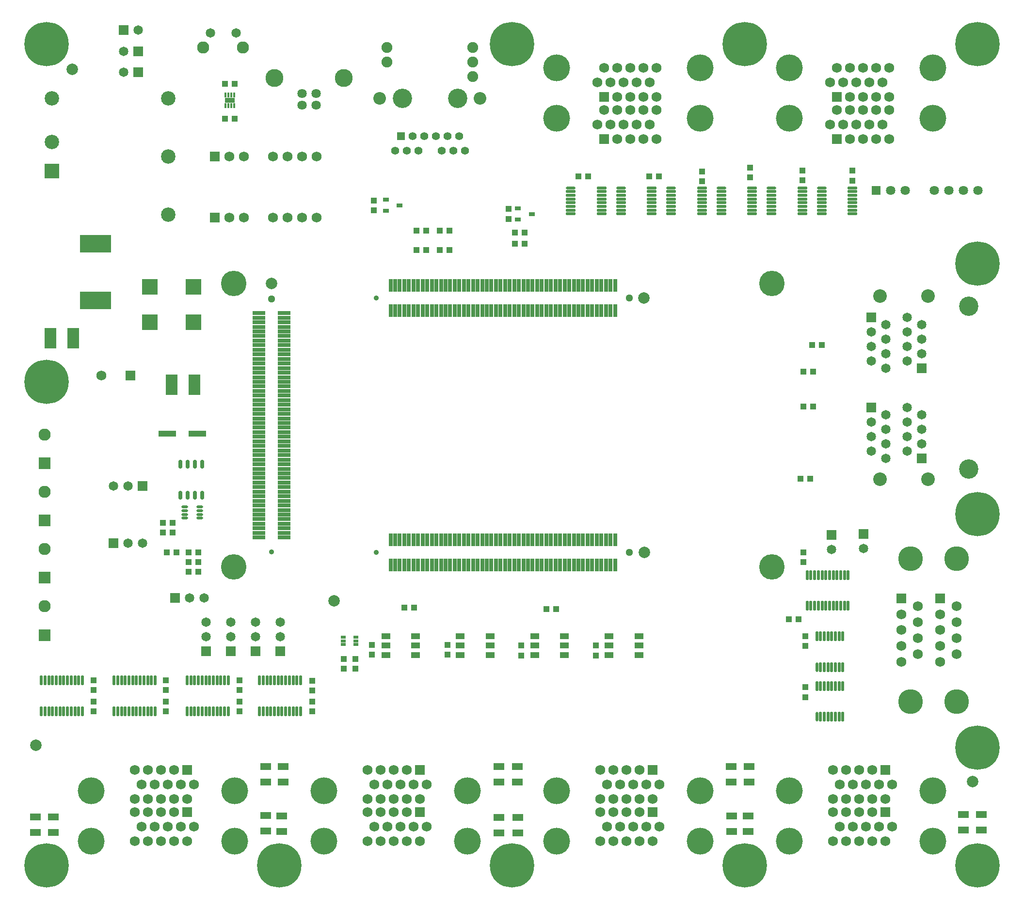
<source format=gts>
G04*
G04 #@! TF.GenerationSoftware,Altium Limited,Altium Designer,21.1.1 (26)*
G04*
G04 Layer_Color=8388736*
%FSLAX25Y25*%
%MOIN*%
G70*
G04*
G04 #@! TF.SameCoordinates,6EF8526F-0482-4719-AD29-3D8887788FD4*
G04*
G04*
G04 #@! TF.FilePolarity,Negative*
G04*
G01*
G75*
%ADD46R,0.04240X0.04240*%
%ADD47R,0.04240X0.04240*%
%ADD48O,0.06799X0.02075*%
%ADD49O,0.06693X0.01968*%
%ADD50R,0.01681X0.03650*%
%ADD51R,0.06799X0.03217*%
%ADD52R,0.06406X0.04437*%
%ADD53O,0.02075X0.06799*%
%ADD54O,0.04634X0.02075*%
%ADD55O,0.01968X0.06693*%
%ADD56R,0.03543X0.01968*%
%ADD57R,0.02500X0.08500*%
%ADD58R,0.08500X0.02500*%
%ADD59R,0.07193X0.05028*%
%ADD60O,0.02862X0.06209*%
%ADD61R,0.04437X0.02862*%
%ADD62R,0.21760X0.11917*%
%ADD63R,0.11130X0.11130*%
%ADD64C,0.07874*%
%ADD65R,0.12311X0.04437*%
%ADD66R,0.08000X0.14000*%
%ADD67C,0.03500*%
%ADD68C,0.30500*%
%ADD69R,0.06500X0.06500*%
%ADD70C,0.06500*%
%ADD71C,0.13295*%
%ADD72C,0.09358*%
%ADD73R,0.06500X0.06500*%
%ADD74C,0.12311*%
%ADD75C,0.06406*%
%ADD76C,0.06900*%
%ADD77R,0.06900X0.06900*%
%ADD78C,0.18500*%
%ADD79R,0.06406X0.06406*%
%ADD80C,0.07500*%
%ADD81R,0.05500X0.05500*%
%ADD82C,0.05500*%
%ADD83C,0.08700*%
%ADD84R,0.09949X0.09949*%
%ADD85C,0.09949*%
%ADD86C,0.06799*%
%ADD87R,0.06799X0.06799*%
%ADD88C,0.08374*%
%ADD89C,0.17500*%
%ADD90C,0.05098*%
%ADD91R,0.06799X0.06799*%
%ADD92C,0.17035*%
%ADD93R,0.08374X0.08374*%
D46*
X637653Y433000D02*
D03*
X644347D02*
D03*
X637653Y457000D02*
D03*
X644347D02*
D03*
X643653Y475500D02*
D03*
X650347D02*
D03*
X635653Y383500D02*
D03*
X642346D02*
D03*
X538441Y591430D02*
D03*
X531748D02*
D03*
X489681Y591500D02*
D03*
X482988D02*
D03*
X215154Y319500D02*
D03*
X221847D02*
D03*
X246905Y655047D02*
D03*
X240212D02*
D03*
X246905Y631047D02*
D03*
X240212D02*
D03*
X221847Y326000D02*
D03*
X215154D02*
D03*
X221847Y332724D02*
D03*
X215154D02*
D03*
X206846D02*
D03*
X200153D02*
D03*
X387709Y553943D02*
D03*
X394402D02*
D03*
X387709Y540750D02*
D03*
X394402D02*
D03*
X439518Y552760D02*
D03*
X446211D02*
D03*
X371709Y553943D02*
D03*
X378402D02*
D03*
X371709Y540750D02*
D03*
X378402D02*
D03*
X446109Y544992D02*
D03*
X439416D02*
D03*
X461048Y293654D02*
D03*
X467741D02*
D03*
X363523Y294753D02*
D03*
X370216D02*
D03*
X627827Y286680D02*
D03*
X634520D02*
D03*
D47*
X671630Y588522D02*
D03*
Y595215D02*
D03*
X637146Y588654D02*
D03*
Y595346D02*
D03*
X601193Y590604D02*
D03*
Y597297D02*
D03*
X568130Y588154D02*
D03*
Y594846D02*
D03*
X197346Y353071D02*
D03*
Y346378D02*
D03*
X204000Y353071D02*
D03*
Y346378D02*
D03*
X342500Y568153D02*
D03*
Y574847D02*
D03*
X435102Y562169D02*
D03*
Y568862D02*
D03*
X321790Y252701D02*
D03*
Y259394D02*
D03*
X495065Y268551D02*
D03*
Y261858D02*
D03*
X443789Y268551D02*
D03*
Y261858D02*
D03*
X393089Y269035D02*
D03*
Y262342D02*
D03*
X341191Y269035D02*
D03*
Y262342D02*
D03*
X300029Y237653D02*
D03*
Y244346D02*
D03*
X250029Y237937D02*
D03*
Y244630D02*
D03*
X199530Y237937D02*
D03*
Y244630D02*
D03*
X149877Y237937D02*
D03*
Y244630D02*
D03*
X300029Y230063D02*
D03*
Y223370D02*
D03*
X250029Y230063D02*
D03*
Y223370D02*
D03*
X199530Y230063D02*
D03*
Y223370D02*
D03*
X149877Y230063D02*
D03*
Y223370D02*
D03*
X637965Y332846D02*
D03*
Y326153D02*
D03*
X638998Y239872D02*
D03*
Y233179D02*
D03*
Y275068D02*
D03*
Y268376D02*
D03*
X329789Y252701D02*
D03*
Y259394D02*
D03*
D48*
X671630Y565543D02*
D03*
Y568102D02*
D03*
Y570661D02*
D03*
Y573220D02*
D03*
Y575779D02*
D03*
Y578339D02*
D03*
Y580898D02*
D03*
Y583457D02*
D03*
X650370Y565543D02*
D03*
Y568102D02*
D03*
Y570661D02*
D03*
Y573220D02*
D03*
Y575779D02*
D03*
Y578339D02*
D03*
Y580898D02*
D03*
X533630Y565543D02*
D03*
Y568102D02*
D03*
Y570661D02*
D03*
Y573220D02*
D03*
Y575779D02*
D03*
Y578339D02*
D03*
Y580898D02*
D03*
Y583457D02*
D03*
X512370Y565543D02*
D03*
Y568102D02*
D03*
Y570661D02*
D03*
Y573220D02*
D03*
Y575779D02*
D03*
Y578339D02*
D03*
Y580898D02*
D03*
X477870D02*
D03*
Y578339D02*
D03*
Y575779D02*
D03*
Y573220D02*
D03*
Y570661D02*
D03*
Y568102D02*
D03*
Y565543D02*
D03*
X499130Y583457D02*
D03*
Y580898D02*
D03*
Y578339D02*
D03*
Y575779D02*
D03*
Y573220D02*
D03*
Y570661D02*
D03*
Y568102D02*
D03*
Y565543D02*
D03*
X637130D02*
D03*
Y568102D02*
D03*
Y570661D02*
D03*
Y573220D02*
D03*
Y575779D02*
D03*
Y578339D02*
D03*
Y580898D02*
D03*
Y583457D02*
D03*
X615870Y565543D02*
D03*
Y568102D02*
D03*
Y570661D02*
D03*
Y573220D02*
D03*
Y575779D02*
D03*
Y578339D02*
D03*
Y580898D02*
D03*
X602630Y565543D02*
D03*
Y568102D02*
D03*
Y570661D02*
D03*
Y573220D02*
D03*
Y575779D02*
D03*
Y578339D02*
D03*
Y580898D02*
D03*
Y583457D02*
D03*
X581370Y565543D02*
D03*
Y568102D02*
D03*
Y570661D02*
D03*
Y573220D02*
D03*
Y575779D02*
D03*
Y578339D02*
D03*
Y580898D02*
D03*
X546870D02*
D03*
Y578339D02*
D03*
Y575779D02*
D03*
Y573220D02*
D03*
Y570661D02*
D03*
Y568102D02*
D03*
Y565543D02*
D03*
X568130Y583457D02*
D03*
Y580898D02*
D03*
Y578339D02*
D03*
Y575779D02*
D03*
Y573220D02*
D03*
Y570661D02*
D03*
Y568102D02*
D03*
Y565543D02*
D03*
D49*
X650370Y583457D02*
D03*
X512370D02*
D03*
X477870D02*
D03*
X615870D02*
D03*
X581370D02*
D03*
X546870D02*
D03*
D50*
X246511Y647362D02*
D03*
X244542D02*
D03*
X242574D02*
D03*
X240605D02*
D03*
X246511Y639921D02*
D03*
X244542D02*
D03*
X242574D02*
D03*
X240605D02*
D03*
D51*
X243558Y643642D02*
D03*
D52*
X524758Y268551D02*
D03*
X504285D02*
D03*
X524758Y275047D02*
D03*
X504285Y262055D02*
D03*
X524758D02*
D03*
X504285Y275047D02*
D03*
X473577Y268551D02*
D03*
X453104D02*
D03*
X473577Y275047D02*
D03*
X453104Y262055D02*
D03*
X473577D02*
D03*
X453104Y275047D02*
D03*
X422396Y268551D02*
D03*
X401923D02*
D03*
X422396Y275047D02*
D03*
X401923Y262055D02*
D03*
X422396D02*
D03*
X401923Y275047D02*
D03*
X371215Y268551D02*
D03*
X350742D02*
D03*
X371215Y275047D02*
D03*
X350742Y262055D02*
D03*
X371215D02*
D03*
X350742Y275047D02*
D03*
D53*
X263955Y223370D02*
D03*
X266514D02*
D03*
X269073D02*
D03*
X271632D02*
D03*
X274191D02*
D03*
X276750D02*
D03*
X279309D02*
D03*
X281868D02*
D03*
X284427D02*
D03*
X286986D02*
D03*
X289545D02*
D03*
X292104D02*
D03*
X263955Y244630D02*
D03*
X266514D02*
D03*
X269073D02*
D03*
X271632D02*
D03*
X274191D02*
D03*
X276750D02*
D03*
X279309D02*
D03*
X281868D02*
D03*
X284427D02*
D03*
X286986D02*
D03*
X289545D02*
D03*
X292104D02*
D03*
X214193Y223370D02*
D03*
X216752D02*
D03*
X219311D02*
D03*
X221870D02*
D03*
X224429D02*
D03*
X226989D02*
D03*
X229548D02*
D03*
X232107D02*
D03*
X234666D02*
D03*
X237225D02*
D03*
X239784D02*
D03*
X242343D02*
D03*
X214193Y244630D02*
D03*
X216752D02*
D03*
X219311D02*
D03*
X221870D02*
D03*
X224429D02*
D03*
X226989D02*
D03*
X229548D02*
D03*
X232107D02*
D03*
X234666D02*
D03*
X237225D02*
D03*
X239784D02*
D03*
X242343D02*
D03*
X163955Y223370D02*
D03*
X166514D02*
D03*
X169073D02*
D03*
X171632D02*
D03*
X174191D02*
D03*
X176750D02*
D03*
X179309D02*
D03*
X181868D02*
D03*
X184427D02*
D03*
X186986D02*
D03*
X189545D02*
D03*
X192104D02*
D03*
X163955Y244630D02*
D03*
X166514D02*
D03*
X169073D02*
D03*
X171632D02*
D03*
X174191D02*
D03*
X176750D02*
D03*
X179309D02*
D03*
X181868D02*
D03*
X184427D02*
D03*
X186986D02*
D03*
X189545D02*
D03*
X192104D02*
D03*
X113955Y223370D02*
D03*
X116514D02*
D03*
X119073D02*
D03*
X121632D02*
D03*
X124191D02*
D03*
X126750D02*
D03*
X129309D02*
D03*
X131868D02*
D03*
X134427D02*
D03*
X136986D02*
D03*
X139545D02*
D03*
X142104D02*
D03*
X113955Y244630D02*
D03*
X116514D02*
D03*
X119073D02*
D03*
X121632D02*
D03*
X124191D02*
D03*
X126750D02*
D03*
X129309D02*
D03*
X131868D02*
D03*
X134427D02*
D03*
X136986D02*
D03*
X139545D02*
D03*
X142104D02*
D03*
X649600Y219529D02*
D03*
X652159D02*
D03*
X654718D02*
D03*
X657277D02*
D03*
X659836D02*
D03*
X662395D02*
D03*
X664954D02*
D03*
X647041Y240789D02*
D03*
X649600D02*
D03*
X652159D02*
D03*
X654718D02*
D03*
X657277D02*
D03*
X659836D02*
D03*
X662395D02*
D03*
X664954D02*
D03*
X668575Y317130D02*
D03*
X666016D02*
D03*
X663457D02*
D03*
X660898D02*
D03*
X658339D02*
D03*
X655780D02*
D03*
X653221D02*
D03*
X650661D02*
D03*
X648102D02*
D03*
X645543D02*
D03*
X642984D02*
D03*
X640425D02*
D03*
X668575Y295870D02*
D03*
X666016D02*
D03*
X663457D02*
D03*
X660898D02*
D03*
X658339D02*
D03*
X655780D02*
D03*
X653221D02*
D03*
X650661D02*
D03*
X648102D02*
D03*
X645543D02*
D03*
X642984D02*
D03*
X640425D02*
D03*
X649600Y253809D02*
D03*
X652159D02*
D03*
X654718D02*
D03*
X657277D02*
D03*
X659836D02*
D03*
X662395D02*
D03*
X664954D02*
D03*
X647041Y275068D02*
D03*
X649600D02*
D03*
X652159D02*
D03*
X654718D02*
D03*
X657277D02*
D03*
X659836D02*
D03*
X662395D02*
D03*
X664954D02*
D03*
D54*
X212539Y363878D02*
D03*
Y361319D02*
D03*
Y358760D02*
D03*
Y356201D02*
D03*
X222972Y363878D02*
D03*
Y361319D02*
D03*
Y358760D02*
D03*
Y356201D02*
D03*
D55*
X647041Y219529D02*
D03*
Y253809D02*
D03*
D56*
X330104Y269232D02*
D03*
Y271791D02*
D03*
Y274350D02*
D03*
X321640D02*
D03*
Y271791D02*
D03*
Y269232D02*
D03*
D57*
X502039Y341323D02*
D03*
X505189D02*
D03*
X502039Y324000D02*
D03*
X505189D02*
D03*
X492591Y341323D02*
D03*
X495740D02*
D03*
X492590Y324000D02*
D03*
X495740D02*
D03*
X486292Y341323D02*
D03*
X489441D02*
D03*
X486291Y324000D02*
D03*
X489441D02*
D03*
X476843Y341323D02*
D03*
X479992D02*
D03*
X476842Y324000D02*
D03*
X479992D02*
D03*
X470543Y341323D02*
D03*
X470543Y324000D02*
D03*
X461095Y341323D02*
D03*
X464244D02*
D03*
X461094Y324000D02*
D03*
X464244D02*
D03*
X454795Y341323D02*
D03*
X454795Y324000D02*
D03*
X445347Y341323D02*
D03*
X448496D02*
D03*
X445346Y324000D02*
D03*
X448496D02*
D03*
X439047Y341323D02*
D03*
X439047Y324000D02*
D03*
X429599Y341323D02*
D03*
X432748D02*
D03*
X429598Y324000D02*
D03*
X432748D02*
D03*
X423299Y341323D02*
D03*
X423299Y324000D02*
D03*
X413850Y341323D02*
D03*
X417000D02*
D03*
X413850Y324000D02*
D03*
X417000D02*
D03*
X407551Y341323D02*
D03*
X407551Y324000D02*
D03*
X398102Y341323D02*
D03*
X401252D02*
D03*
X398102Y324000D02*
D03*
X401252D02*
D03*
X388654Y341323D02*
D03*
X391803D02*
D03*
X388654Y324000D02*
D03*
X391803D02*
D03*
X382354Y341323D02*
D03*
X385504D02*
D03*
X382354Y324000D02*
D03*
X385504D02*
D03*
X372906Y341323D02*
D03*
X376055D02*
D03*
X372906Y324000D02*
D03*
X376055D02*
D03*
X366606Y341323D02*
D03*
X366606Y324000D02*
D03*
X357158Y341323D02*
D03*
X360307D02*
D03*
X357158Y324000D02*
D03*
X360307D02*
D03*
X508339Y341323D02*
D03*
X508338Y324000D02*
D03*
X473693Y341323D02*
D03*
X483142D02*
D03*
X498890D02*
D03*
X473693Y324000D02*
D03*
X483142D02*
D03*
X498890D02*
D03*
X442197Y341323D02*
D03*
X451646D02*
D03*
X457945D02*
D03*
X467394D02*
D03*
X442197Y324000D02*
D03*
X451646D02*
D03*
X457945D02*
D03*
X467394D02*
D03*
X410701Y341323D02*
D03*
X420150D02*
D03*
X426449D02*
D03*
X435898D02*
D03*
X410701Y324000D02*
D03*
X420150D02*
D03*
X426449D02*
D03*
X435898D02*
D03*
X379205Y341323D02*
D03*
X394953D02*
D03*
X404402D02*
D03*
X379205Y324000D02*
D03*
X394953D02*
D03*
X404402D02*
D03*
X354008Y341323D02*
D03*
X363457D02*
D03*
X369756D02*
D03*
X354008Y324000D02*
D03*
X363457D02*
D03*
X369756D02*
D03*
Y499000D02*
D03*
X363457D02*
D03*
X354008D02*
D03*
X369756Y516323D02*
D03*
X363457D02*
D03*
X354008D02*
D03*
X404402Y499000D02*
D03*
X394953D02*
D03*
X379205D02*
D03*
X404402Y516323D02*
D03*
X394953D02*
D03*
X379205D02*
D03*
X435898Y499000D02*
D03*
X426449D02*
D03*
X420150D02*
D03*
X410701D02*
D03*
X435898Y516323D02*
D03*
X426449D02*
D03*
X420150D02*
D03*
X410701D02*
D03*
X467394Y499000D02*
D03*
X457945D02*
D03*
X451646D02*
D03*
X442197D02*
D03*
X467394Y516323D02*
D03*
X457945D02*
D03*
X451646D02*
D03*
X442197D02*
D03*
X498890Y499000D02*
D03*
X483142D02*
D03*
X473693D02*
D03*
X498890Y516323D02*
D03*
X483142D02*
D03*
X473693D02*
D03*
X508338Y499000D02*
D03*
X508339Y516323D02*
D03*
X360307Y499000D02*
D03*
X357158D02*
D03*
X360307Y516323D02*
D03*
X357158D02*
D03*
X366606Y499000D02*
D03*
X366606Y516323D02*
D03*
X376055Y499000D02*
D03*
X372906D02*
D03*
X376055Y516323D02*
D03*
X372906D02*
D03*
X385504Y499000D02*
D03*
X382354D02*
D03*
X385504Y516323D02*
D03*
X382354D02*
D03*
X391803Y499000D02*
D03*
X388654D02*
D03*
X391803Y516323D02*
D03*
X388654D02*
D03*
X401252Y499000D02*
D03*
X398102D02*
D03*
X401252Y516323D02*
D03*
X398102D02*
D03*
X407551Y499000D02*
D03*
X407551Y516323D02*
D03*
X417000Y499000D02*
D03*
X413850D02*
D03*
X417000Y516323D02*
D03*
X413850D02*
D03*
X423299Y499000D02*
D03*
X423299Y516323D02*
D03*
X432748Y499000D02*
D03*
X429598D02*
D03*
X432748Y516323D02*
D03*
X429599D02*
D03*
X439047Y499000D02*
D03*
X439047Y516323D02*
D03*
X448496Y499000D02*
D03*
X445346D02*
D03*
X448496Y516323D02*
D03*
X445347D02*
D03*
X454795Y499000D02*
D03*
X454795Y516323D02*
D03*
X464244Y499000D02*
D03*
X461094D02*
D03*
X464244Y516323D02*
D03*
X461095D02*
D03*
X470543Y499000D02*
D03*
X470543Y516323D02*
D03*
X479992Y499000D02*
D03*
X476842D02*
D03*
X479992Y516323D02*
D03*
X476843D02*
D03*
X489441Y499000D02*
D03*
X486291D02*
D03*
X489441Y516323D02*
D03*
X486292D02*
D03*
X495740Y499000D02*
D03*
X492590D02*
D03*
X495740Y516323D02*
D03*
X492591D02*
D03*
X505189Y499000D02*
D03*
X502039D02*
D03*
X505189Y516323D02*
D03*
X502039D02*
D03*
D58*
X263512Y490978D02*
D03*
Y494127D02*
D03*
X280835Y490977D02*
D03*
Y494127D02*
D03*
X263512Y481529D02*
D03*
Y484678D02*
D03*
X280835Y481529D02*
D03*
Y484678D02*
D03*
X263512Y475230D02*
D03*
Y478379D02*
D03*
X280835Y475229D02*
D03*
Y478379D02*
D03*
X263512Y465781D02*
D03*
Y468930D02*
D03*
X280835Y465780D02*
D03*
Y468930D02*
D03*
X263512Y459481D02*
D03*
X280835Y459481D02*
D03*
X263512Y450033D02*
D03*
Y453182D02*
D03*
X280835Y450033D02*
D03*
Y453182D02*
D03*
X263512Y443734D02*
D03*
X280835Y443733D02*
D03*
X263512Y434285D02*
D03*
Y437434D02*
D03*
X280835Y434284D02*
D03*
Y437434D02*
D03*
X263512Y427985D02*
D03*
X280835Y427985D02*
D03*
X263512Y418537D02*
D03*
Y421686D02*
D03*
X280835Y418537D02*
D03*
Y421686D02*
D03*
X263512Y412237D02*
D03*
X280835Y412237D02*
D03*
X263512Y402789D02*
D03*
Y405938D02*
D03*
X280835Y402788D02*
D03*
Y405938D02*
D03*
X263512Y396489D02*
D03*
X280835Y396489D02*
D03*
X263512Y387041D02*
D03*
Y390190D02*
D03*
X280835Y387040D02*
D03*
Y390190D02*
D03*
X263512Y377592D02*
D03*
Y380741D02*
D03*
X280835Y377592D02*
D03*
Y380741D02*
D03*
X263512Y371292D02*
D03*
Y374442D02*
D03*
X280835Y371292D02*
D03*
Y374442D02*
D03*
X263512Y361844D02*
D03*
Y364993D02*
D03*
X280835Y361844D02*
D03*
Y364993D02*
D03*
X263512Y355544D02*
D03*
X280835Y355544D02*
D03*
X263512Y346096D02*
D03*
Y349245D02*
D03*
X280835Y346096D02*
D03*
Y349245D02*
D03*
X263512Y497277D02*
D03*
X280835Y497276D02*
D03*
X263512Y462631D02*
D03*
Y472080D02*
D03*
Y487828D02*
D03*
X280835Y462631D02*
D03*
Y472080D02*
D03*
Y487828D02*
D03*
X263512Y431135D02*
D03*
Y440584D02*
D03*
Y446883D02*
D03*
Y456332D02*
D03*
X280835Y431135D02*
D03*
Y440584D02*
D03*
Y446883D02*
D03*
Y456332D02*
D03*
X263512Y399639D02*
D03*
Y409088D02*
D03*
Y415387D02*
D03*
Y424836D02*
D03*
X280835Y399639D02*
D03*
Y409088D02*
D03*
Y415387D02*
D03*
Y424836D02*
D03*
X263512Y368143D02*
D03*
Y383891D02*
D03*
Y393340D02*
D03*
X280835Y368143D02*
D03*
Y383891D02*
D03*
Y393340D02*
D03*
X263512Y342946D02*
D03*
Y352395D02*
D03*
Y358694D02*
D03*
X280835Y342946D02*
D03*
Y352395D02*
D03*
Y358694D02*
D03*
D59*
X588514Y140587D02*
D03*
Y151413D02*
D03*
X599853Y140587D02*
D03*
Y151413D02*
D03*
X747800Y141587D02*
D03*
Y152413D02*
D03*
X760000Y141587D02*
D03*
Y152413D02*
D03*
X428406Y139587D02*
D03*
Y150413D02*
D03*
X441405Y139587D02*
D03*
Y150413D02*
D03*
X588000Y174587D02*
D03*
Y185413D02*
D03*
X600467Y174587D02*
D03*
Y185413D02*
D03*
X268000Y141000D02*
D03*
Y151827D02*
D03*
X279300Y140587D02*
D03*
Y151413D02*
D03*
X428594Y174587D02*
D03*
Y185413D02*
D03*
X441000Y174587D02*
D03*
Y185413D02*
D03*
X109693Y139922D02*
D03*
Y150749D02*
D03*
X122029Y139922D02*
D03*
Y150749D02*
D03*
X268000Y174587D02*
D03*
Y185413D02*
D03*
X280000Y174587D02*
D03*
Y185413D02*
D03*
D60*
X224500Y393453D02*
D03*
X219500D02*
D03*
X214500D02*
D03*
X209500D02*
D03*
X224500Y371996D02*
D03*
X219500D02*
D03*
X214500D02*
D03*
X209500D02*
D03*
D61*
X350776Y575240D02*
D03*
Y567760D02*
D03*
X360225Y571500D02*
D03*
X441566Y569256D02*
D03*
Y561776D02*
D03*
X451015Y565516D02*
D03*
D62*
X151000Y506012D02*
D03*
Y544988D02*
D03*
D63*
X218421Y491000D02*
D03*
X188500D02*
D03*
X218421Y515410D02*
D03*
X188500Y515500D02*
D03*
D64*
X272173Y517611D02*
D03*
X528500Y332661D02*
D03*
X315000Y299217D02*
D03*
X528000Y507661D02*
D03*
X135000Y665000D02*
D03*
X110000Y200000D02*
D03*
X754000Y175000D02*
D03*
D65*
X200331Y414500D02*
D03*
X221000D02*
D03*
D66*
X120252Y480000D02*
D03*
X135748D02*
D03*
X203643Y448133D02*
D03*
X219139D02*
D03*
D67*
X757500Y209750D02*
D03*
X768750Y198500D02*
D03*
X757500Y187250D02*
D03*
X746250Y198500D02*
D03*
X747657Y204405D02*
D03*
X751594Y208343D02*
D03*
Y188657D02*
D03*
X767343Y192595D02*
D03*
X763406Y208343D02*
D03*
X747657Y192595D02*
D03*
X763406Y188657D02*
D03*
X767343Y204405D02*
D03*
X757500Y542750D02*
D03*
X768750Y531500D02*
D03*
X757500Y520250D02*
D03*
X746250Y531500D02*
D03*
X747657Y537405D02*
D03*
X751594Y541342D02*
D03*
Y521658D02*
D03*
X767343Y525595D02*
D03*
X763406Y541342D02*
D03*
X747657Y525595D02*
D03*
X763406Y521658D02*
D03*
X767343Y537405D02*
D03*
X757500Y370250D02*
D03*
X768750Y359000D02*
D03*
X757500Y347750D02*
D03*
X746250Y359000D02*
D03*
X747657Y364906D02*
D03*
X751594Y368843D02*
D03*
Y349158D02*
D03*
X767343Y353095D02*
D03*
X763406Y368843D02*
D03*
X747657Y353095D02*
D03*
X763406Y349158D02*
D03*
X767343Y364906D02*
D03*
X437500Y693750D02*
D03*
X448750Y682500D02*
D03*
X437500Y671250D02*
D03*
X426250Y682500D02*
D03*
X427658Y688406D02*
D03*
X431595Y692343D02*
D03*
Y672657D02*
D03*
X447342Y676594D02*
D03*
X443405Y692343D02*
D03*
X427658Y676594D02*
D03*
X443405Y672657D02*
D03*
X447342Y688406D02*
D03*
X117500Y693750D02*
D03*
X128750Y682500D02*
D03*
X117500Y671250D02*
D03*
X106250Y682500D02*
D03*
X107658Y688406D02*
D03*
X111594Y692343D02*
D03*
Y672657D02*
D03*
X127342Y676594D02*
D03*
X123406Y692343D02*
D03*
X107658Y676594D02*
D03*
X123406Y672657D02*
D03*
X127342Y688406D02*
D03*
X757500Y693750D02*
D03*
X768750Y682500D02*
D03*
X757500Y671250D02*
D03*
X746250Y682500D02*
D03*
X747657Y688406D02*
D03*
X751594Y692343D02*
D03*
Y672657D02*
D03*
X767343Y676594D02*
D03*
X763406Y692343D02*
D03*
X747657Y676594D02*
D03*
X763406Y672657D02*
D03*
X767343Y688406D02*
D03*
X597500Y693750D02*
D03*
X608750Y682500D02*
D03*
X597500Y671250D02*
D03*
X586250Y682500D02*
D03*
X587657Y688406D02*
D03*
X591595Y692343D02*
D03*
Y672657D02*
D03*
X607342Y676594D02*
D03*
X603406Y692343D02*
D03*
X587657Y676594D02*
D03*
X603406Y672657D02*
D03*
X607342Y688406D02*
D03*
X117500Y461250D02*
D03*
X128750Y450000D02*
D03*
X117500Y438750D02*
D03*
X106250Y450000D02*
D03*
X107658Y455905D02*
D03*
X111594Y459842D02*
D03*
Y440158D02*
D03*
X127342Y444095D02*
D03*
X123406Y459842D02*
D03*
X107658Y444095D02*
D03*
X123406Y440158D02*
D03*
X127342Y455905D02*
D03*
X757500Y128750D02*
D03*
X768750Y117500D02*
D03*
X757500Y106250D02*
D03*
X746250Y117500D02*
D03*
X747657Y123406D02*
D03*
X751594Y127342D02*
D03*
Y107658D02*
D03*
X767343Y111594D02*
D03*
X763406Y127342D02*
D03*
X747657Y111594D02*
D03*
X763406Y107658D02*
D03*
X767343Y123406D02*
D03*
X597500Y128750D02*
D03*
X608750Y117500D02*
D03*
X597500Y106250D02*
D03*
X586250Y117500D02*
D03*
X587657Y123406D02*
D03*
X591595Y127342D02*
D03*
Y107658D02*
D03*
X607342Y111594D02*
D03*
X603406Y127342D02*
D03*
X587657Y111594D02*
D03*
X603406Y107658D02*
D03*
X607342Y123406D02*
D03*
X437500Y128750D02*
D03*
X448750Y117500D02*
D03*
X437500Y106250D02*
D03*
X426250Y117500D02*
D03*
X427658Y123406D02*
D03*
X431595Y127342D02*
D03*
Y107658D02*
D03*
X447342Y111594D02*
D03*
X443405Y127342D02*
D03*
X427658Y111594D02*
D03*
X443405Y107658D02*
D03*
X447342Y123406D02*
D03*
X277500Y128750D02*
D03*
X288750Y117500D02*
D03*
X277500Y106250D02*
D03*
X266250Y117500D02*
D03*
X267657Y123406D02*
D03*
X271595Y127342D02*
D03*
Y107658D02*
D03*
X287343Y111594D02*
D03*
X283405Y127342D02*
D03*
X267657Y111594D02*
D03*
X283405Y107658D02*
D03*
X287343Y123406D02*
D03*
X117500Y128750D02*
D03*
X128750Y117500D02*
D03*
X117500Y106250D02*
D03*
X106250Y117500D02*
D03*
X107658Y123406D02*
D03*
X111594Y127342D02*
D03*
Y107658D02*
D03*
X127342Y111594D02*
D03*
X123406Y127342D02*
D03*
X107658Y111594D02*
D03*
X123406Y107658D02*
D03*
X127342Y123406D02*
D03*
X344173Y332661D02*
D03*
Y507661D02*
D03*
X272173Y333111D02*
D03*
D68*
X757500Y198500D02*
D03*
Y531500D02*
D03*
Y359000D02*
D03*
X437500Y682500D02*
D03*
X117500D02*
D03*
X757500D02*
D03*
X597500D02*
D03*
X117500Y450000D02*
D03*
X757500Y117500D02*
D03*
X597500D02*
D03*
X437500D02*
D03*
X277500D02*
D03*
X117500D02*
D03*
D69*
X180344Y677500D02*
D03*
X170344Y691988D02*
D03*
X163500Y338879D02*
D03*
X183500Y378500D02*
D03*
X180500Y663000D02*
D03*
X205811Y301421D02*
D03*
D70*
X170344Y677500D02*
D03*
X180344Y691988D02*
D03*
X684500Y484500D02*
D03*
Y474500D02*
D03*
Y464500D02*
D03*
X694500Y459500D02*
D03*
Y469500D02*
D03*
Y479500D02*
D03*
Y489500D02*
D03*
X719000D02*
D03*
Y479500D02*
D03*
Y469500D02*
D03*
X709000Y494500D02*
D03*
Y464500D02*
D03*
Y474500D02*
D03*
Y484500D02*
D03*
X684500Y422500D02*
D03*
Y412500D02*
D03*
Y402500D02*
D03*
X694500Y397500D02*
D03*
Y407500D02*
D03*
Y417500D02*
D03*
Y427500D02*
D03*
X719000D02*
D03*
Y417500D02*
D03*
Y407500D02*
D03*
X709000Y402500D02*
D03*
Y412500D02*
D03*
Y432500D02*
D03*
Y422500D02*
D03*
X173500Y338879D02*
D03*
X183500D02*
D03*
X173500Y378500D02*
D03*
X163500D02*
D03*
X247706Y689879D02*
D03*
X229989D02*
D03*
X170500Y663000D02*
D03*
X278000Y284531D02*
D03*
Y274531D02*
D03*
X260996Y284531D02*
D03*
Y274531D02*
D03*
X243992Y284531D02*
D03*
Y274531D02*
D03*
X226989Y284531D02*
D03*
Y274531D02*
D03*
X679176Y335263D02*
D03*
X656998Y334763D02*
D03*
X225811Y301421D02*
D03*
X215811D02*
D03*
D71*
X751500Y502000D02*
D03*
Y390000D02*
D03*
X400000Y645000D02*
D03*
X362000D02*
D03*
D72*
X690500Y383000D02*
D03*
X723500D02*
D03*
Y509000D02*
D03*
X690500D02*
D03*
D73*
X684500Y494500D02*
D03*
X719000Y459500D02*
D03*
X684500Y432500D02*
D03*
X719000Y397500D02*
D03*
X278000Y264531D02*
D03*
X260996D02*
D03*
X243992D02*
D03*
X226989D02*
D03*
X679176Y345263D02*
D03*
X656998Y344763D02*
D03*
D74*
X321659Y658879D02*
D03*
X274257D02*
D03*
D75*
X293037Y648209D02*
D03*
X302879D02*
D03*
Y640335D02*
D03*
X293037D02*
D03*
X707929Y581626D02*
D03*
X697929D02*
D03*
X727929D02*
D03*
X737929D02*
D03*
X747929D02*
D03*
X757929D02*
D03*
D76*
X662800Y173000D02*
D03*
X680800D02*
D03*
X671800D02*
D03*
X689800D02*
D03*
X698800D02*
D03*
X667300Y183000D02*
D03*
X676300D02*
D03*
X685300D02*
D03*
X658300D02*
D03*
Y163000D02*
D03*
X685300D02*
D03*
X694300D02*
D03*
X676300D02*
D03*
X667300D02*
D03*
Y134000D02*
D03*
X676300D02*
D03*
X694300D02*
D03*
X685300D02*
D03*
X658300D02*
D03*
Y154000D02*
D03*
X685300D02*
D03*
X676300D02*
D03*
X667300D02*
D03*
X698800Y144000D02*
D03*
X689800D02*
D03*
X671800D02*
D03*
X680800D02*
D03*
X662800D02*
D03*
X532200Y627000D02*
D03*
X514200D02*
D03*
X523200D02*
D03*
X505200D02*
D03*
X496200D02*
D03*
X527700Y617000D02*
D03*
X518700D02*
D03*
X509700D02*
D03*
X536700D02*
D03*
Y637000D02*
D03*
X509700D02*
D03*
X500700D02*
D03*
X518700D02*
D03*
X527700D02*
D03*
Y666000D02*
D03*
X518700D02*
D03*
X500700D02*
D03*
X509700D02*
D03*
X536700D02*
D03*
Y646000D02*
D03*
X509700D02*
D03*
X518700D02*
D03*
X527700D02*
D03*
X496200Y656000D02*
D03*
X505200D02*
D03*
X523200D02*
D03*
X514200D02*
D03*
X532200D02*
D03*
X692200D02*
D03*
X674200D02*
D03*
X683200D02*
D03*
X665200D02*
D03*
X656200D02*
D03*
X687700Y646000D02*
D03*
X678700D02*
D03*
X669700D02*
D03*
X696700D02*
D03*
Y666000D02*
D03*
X669700D02*
D03*
X660700D02*
D03*
X678700D02*
D03*
X687700D02*
D03*
Y637000D02*
D03*
X678700D02*
D03*
X660700D02*
D03*
X669700D02*
D03*
X696700D02*
D03*
Y617000D02*
D03*
X669700D02*
D03*
X678700D02*
D03*
X687700D02*
D03*
X656200Y627000D02*
D03*
X665200D02*
D03*
X683200D02*
D03*
X674200D02*
D03*
X692200D02*
D03*
X502800Y144000D02*
D03*
X520800D02*
D03*
X511800D02*
D03*
X529800D02*
D03*
X538800D02*
D03*
X507300Y154000D02*
D03*
X516300D02*
D03*
X525300D02*
D03*
X498300D02*
D03*
Y134000D02*
D03*
X525300D02*
D03*
X534300D02*
D03*
X516300D02*
D03*
X507300D02*
D03*
Y163000D02*
D03*
X516300D02*
D03*
X534300D02*
D03*
X525300D02*
D03*
X498300D02*
D03*
Y183000D02*
D03*
X525300D02*
D03*
X516300D02*
D03*
X507300D02*
D03*
X538800Y173000D02*
D03*
X529800D02*
D03*
X511800D02*
D03*
X520800D02*
D03*
X502800D02*
D03*
X342800Y144000D02*
D03*
X360800D02*
D03*
X351800D02*
D03*
X369800D02*
D03*
X378800D02*
D03*
X347300Y154000D02*
D03*
X356300D02*
D03*
X365300D02*
D03*
X338300D02*
D03*
Y134000D02*
D03*
X365300D02*
D03*
X374300D02*
D03*
X356300D02*
D03*
X347300D02*
D03*
Y163000D02*
D03*
X356300D02*
D03*
X374300D02*
D03*
X365300D02*
D03*
X338300D02*
D03*
Y183000D02*
D03*
X365300D02*
D03*
X356300D02*
D03*
X347300D02*
D03*
X378800Y173000D02*
D03*
X369800D02*
D03*
X351800D02*
D03*
X360800D02*
D03*
X342800D02*
D03*
X182800Y144000D02*
D03*
X200800D02*
D03*
X191800D02*
D03*
X209800D02*
D03*
X218800D02*
D03*
X187300Y154000D02*
D03*
X196300D02*
D03*
X205300D02*
D03*
X178300D02*
D03*
Y134000D02*
D03*
X205300D02*
D03*
X214300D02*
D03*
X196300D02*
D03*
X187300D02*
D03*
Y163000D02*
D03*
X196300D02*
D03*
X214300D02*
D03*
X205300D02*
D03*
X178300D02*
D03*
Y183000D02*
D03*
X205300D02*
D03*
X196300D02*
D03*
X187300D02*
D03*
X218800Y173000D02*
D03*
X209800D02*
D03*
X191800D02*
D03*
X200800D02*
D03*
X182800D02*
D03*
D77*
X694300Y183000D02*
D03*
Y154000D02*
D03*
X500700Y617000D02*
D03*
Y646000D02*
D03*
X660700D02*
D03*
Y617000D02*
D03*
X534300Y154000D02*
D03*
Y183000D02*
D03*
X374300Y154000D02*
D03*
Y183000D02*
D03*
X214300Y154000D02*
D03*
Y183000D02*
D03*
D78*
X628300Y168646D02*
D03*
Y134000D02*
D03*
X726700D02*
D03*
Y168646D02*
D03*
X566700Y631354D02*
D03*
Y666000D02*
D03*
X468300D02*
D03*
Y631354D02*
D03*
X628300D02*
D03*
Y666000D02*
D03*
X726700D02*
D03*
Y631354D02*
D03*
X566700Y168646D02*
D03*
Y134000D02*
D03*
X468300D02*
D03*
Y168646D02*
D03*
X406700D02*
D03*
Y134000D02*
D03*
X308300D02*
D03*
Y168646D02*
D03*
X246700D02*
D03*
Y134000D02*
D03*
X148300D02*
D03*
Y168646D02*
D03*
D79*
X687929Y581626D02*
D03*
D80*
X410600Y660000D02*
D03*
Y670000D02*
D03*
Y680000D02*
D03*
X351400Y670000D02*
D03*
Y680000D02*
D03*
D81*
X361000Y619000D02*
D03*
D82*
X368992D02*
D03*
X376992D02*
D03*
X400992D02*
D03*
X392992D02*
D03*
X385000D02*
D03*
X365000Y609000D02*
D03*
X373000D02*
D03*
X357000D02*
D03*
X389000D02*
D03*
X397000D02*
D03*
X405000D02*
D03*
D83*
X346400Y645000D02*
D03*
X415600D02*
D03*
D84*
X121000Y595000D02*
D03*
D85*
Y615000D02*
D03*
Y645000D02*
D03*
X201000D02*
D03*
Y605000D02*
D03*
Y565000D02*
D03*
D86*
X303000Y605000D02*
D03*
X293000D02*
D03*
X283000D02*
D03*
X273000D02*
D03*
X253000D02*
D03*
X243000D02*
D03*
X303000Y562904D02*
D03*
X293000D02*
D03*
X283000D02*
D03*
X273000D02*
D03*
X253000D02*
D03*
X243000D02*
D03*
X716386Y284665D02*
D03*
Y295571D02*
D03*
Y273760D02*
D03*
Y262854D02*
D03*
X705205Y257402D02*
D03*
Y268307D02*
D03*
Y290118D02*
D03*
Y279213D02*
D03*
X731819D02*
D03*
Y290118D02*
D03*
Y268307D02*
D03*
Y257402D02*
D03*
X743000Y262854D02*
D03*
Y273760D02*
D03*
Y295571D02*
D03*
Y284665D02*
D03*
X155300Y454500D02*
D03*
D87*
X233000Y605000D02*
D03*
Y562904D02*
D03*
X175000Y454500D02*
D03*
D88*
X252647Y680076D02*
D03*
X225048D02*
D03*
X116000Y295543D02*
D03*
Y374342D02*
D03*
Y413742D02*
D03*
Y334943D02*
D03*
D89*
X616173Y322611D02*
D03*
X246173Y517611D02*
D03*
Y322611D02*
D03*
X616173Y517611D02*
D03*
D90*
X518173Y332661D02*
D03*
Y507661D02*
D03*
X272173Y507111D02*
D03*
D91*
X705205Y301024D02*
D03*
X731819D02*
D03*
D92*
X711504Y230000D02*
D03*
Y328425D02*
D03*
X743000D02*
D03*
Y230000D02*
D03*
D93*
X116000Y275857D02*
D03*
Y354658D02*
D03*
Y394057D02*
D03*
Y315258D02*
D03*
M02*

</source>
